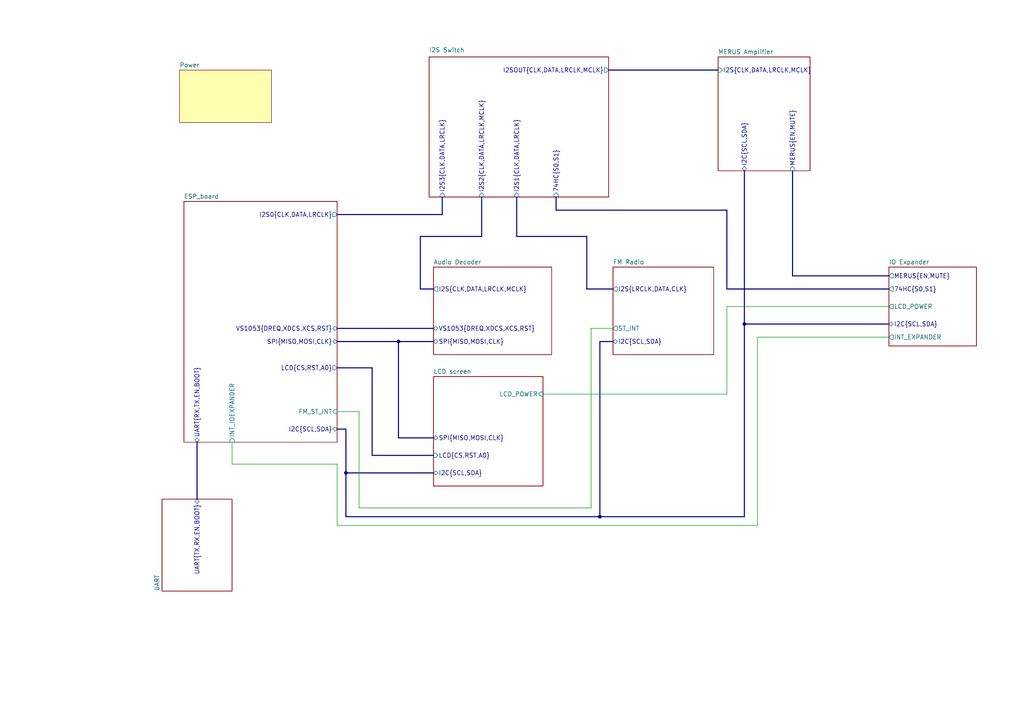
<source format=kicad_sch>
(kicad_sch (version 20230121) (generator eeschema)

  (uuid c9e2e0d2-0655-4f5e-8e13-71b41b1f7cfe)

  (paper "A4")

  (lib_symbols
  )

  (junction (at 215.9 93.98) (diameter 0) (color 0 0 0 0)
    (uuid 0bfef262-7d01-4e86-8f58-b339961729b2)
  )
  (junction (at 173.99 149.86) (diameter 0) (color 0 0 0 0)
    (uuid 65f504b9-130c-4faa-b12f-9e791186ed7c)
  )
  (junction (at 100.33 137.16) (diameter 0) (color 0 0 0 0)
    (uuid 9fafad57-59a3-41e7-a10f-1cfdfdc008b1)
  )
  (junction (at 115.57 99.06) (diameter 0) (color 0 0 0 0)
    (uuid ed1da0cc-e4fa-4f56-a30e-e891820b447d)
  )

  (bus (pts (xy 128.27 62.23) (xy 128.27 57.15))
    (stroke (width 0) (type default))
    (uuid 0ab35a7c-3375-41a7-98d7-f16ecb686642)
  )

  (wire (pts (xy 210.82 88.9) (xy 210.82 114.3))
    (stroke (width 0) (type default))
    (uuid 1f7ede58-9515-47e1-928b-2d88bb6f54d5)
  )
  (wire (pts (xy 210.82 114.3) (xy 157.48 114.3))
    (stroke (width 0) (type default))
    (uuid 225ac564-747f-42f4-b089-ff1a3b94b6f5)
  )
  (bus (pts (xy 125.73 83.82) (xy 121.92 83.82))
    (stroke (width 0) (type default))
    (uuid 2702f584-8a24-4e9d-b67b-e7c4ce3a9d8c)
  )
  (bus (pts (xy 97.79 62.23) (xy 128.27 62.23))
    (stroke (width 0) (type default))
    (uuid 2f832947-602e-4880-b14b-93d99d125647)
  )
  (bus (pts (xy 176.53 20.32) (xy 208.28 20.32))
    (stroke (width 0) (type default))
    (uuid 3265dd12-94d6-408c-a6b3-f02098a7339d)
  )
  (bus (pts (xy 161.29 60.96) (xy 161.29 57.15))
    (stroke (width 0) (type default))
    (uuid 34d7a906-ffb4-4c6e-89a9-0575c1d78a05)
  )
  (bus (pts (xy 215.9 93.98) (xy 215.9 49.53))
    (stroke (width 0) (type default))
    (uuid 351c3bd2-177d-461c-ab44-feb216e44587)
  )
  (bus (pts (xy 125.73 127) (xy 115.57 127))
    (stroke (width 0) (type default))
    (uuid 3d3e6cd7-58f7-403a-953b-c45fb4e77d36)
  )
  (bus (pts (xy 97.79 124.46) (xy 100.33 124.46))
    (stroke (width 0) (type default))
    (uuid 47ade819-fc89-4b20-b80f-f1cd3c0c0f38)
  )

  (wire (pts (xy 219.71 97.79) (xy 257.81 97.79))
    (stroke (width 0) (type default))
    (uuid 4e6596be-e99d-4da4-ae6f-b9b2d35557a6)
  )
  (wire (pts (xy 171.45 95.25) (xy 171.45 147.32))
    (stroke (width 0) (type default))
    (uuid 59cae5f7-c99d-4c25-a588-3204e765e08e)
  )
  (bus (pts (xy 97.79 99.06) (xy 115.57 99.06))
    (stroke (width 0) (type default))
    (uuid 5cfd9b78-e612-4fef-bda9-350cdfc093eb)
  )
  (bus (pts (xy 115.57 99.06) (xy 125.73 99.06))
    (stroke (width 0) (type default))
    (uuid 5f2110da-4fdb-4ec4-9d1b-20c90bc13b08)
  )
  (bus (pts (xy 97.79 95.25) (xy 125.73 95.25))
    (stroke (width 0) (type default))
    (uuid 60402955-b648-4924-ad02-5a5d00ea19e5)
  )

  (wire (pts (xy 67.31 128.27) (xy 67.31 134.62))
    (stroke (width 0) (type default))
    (uuid 630ebc79-ccde-48c7-88cf-39f7e9b0c048)
  )
  (bus (pts (xy 215.9 149.86) (xy 215.9 93.98))
    (stroke (width 0) (type default))
    (uuid 66f46d09-a0fd-4e94-8909-778eb33a22fe)
  )
  (bus (pts (xy 149.86 68.58) (xy 149.86 57.15))
    (stroke (width 0) (type default))
    (uuid 78c6c7c8-d5e0-4e89-a506-b1df32483357)
  )

  (wire (pts (xy 219.71 97.79) (xy 219.71 152.4))
    (stroke (width 0) (type default))
    (uuid 7ce9ddaa-80b4-4dd9-9d4c-7dd018046691)
  )
  (bus (pts (xy 107.95 132.08) (xy 107.95 106.68))
    (stroke (width 0) (type default))
    (uuid 866226c1-5a83-44ee-beed-0e66c97fbee0)
  )
  (bus (pts (xy 177.8 83.82) (xy 170.18 83.82))
    (stroke (width 0) (type default))
    (uuid 87654ece-8cda-40ba-9411-6f08eebcc6dd)
  )
  (bus (pts (xy 121.92 83.82) (xy 121.92 68.58))
    (stroke (width 0) (type default))
    (uuid 881a4fb9-6918-463a-aef3-811a302d2062)
  )
  (bus (pts (xy 57.15 128.27) (xy 57.15 144.78))
    (stroke (width 0) (type default))
    (uuid 8889ddf3-f249-4fb1-bb6b-ecd1a9d9162c)
  )
  (bus (pts (xy 139.7 68.58) (xy 139.7 57.15))
    (stroke (width 0) (type default))
    (uuid 8ba06550-88e5-4fe4-83c8-5d1e56c72050)
  )
  (bus (pts (xy 257.81 83.82) (xy 210.82 83.82))
    (stroke (width 0) (type default))
    (uuid 8ee85f14-8233-4412-b645-cfec7238be32)
  )

  (wire (pts (xy 104.14 147.32) (xy 104.14 119.38))
    (stroke (width 0) (type default))
    (uuid 90c3c708-275d-41d0-b00e-532b74f926b4)
  )
  (wire (pts (xy 171.45 147.32) (xy 104.14 147.32))
    (stroke (width 0) (type default))
    (uuid 922a7eab-ce24-4233-80ad-1f07a43a33cb)
  )
  (bus (pts (xy 115.57 127) (xy 115.57 99.06))
    (stroke (width 0) (type default))
    (uuid 925961a2-0df1-4807-bcdf-d058ec8ae61b)
  )
  (bus (pts (xy 125.73 132.08) (xy 107.95 132.08))
    (stroke (width 0) (type default))
    (uuid 92ea2ee0-89d3-415c-8e8a-a96d16d5ae41)
  )
  (bus (pts (xy 100.33 124.46) (xy 100.33 137.16))
    (stroke (width 0) (type default))
    (uuid 97f8756d-fa26-4e03-8108-2590751a716f)
  )
  (bus (pts (xy 173.99 149.86) (xy 215.9 149.86))
    (stroke (width 0) (type default))
    (uuid 98a1c960-a351-45da-aea9-8a58e0a89680)
  )

  (wire (pts (xy 257.81 88.9) (xy 210.82 88.9))
    (stroke (width 0) (type default))
    (uuid 996abfd4-8d30-4369-aeb1-fffb775e711d)
  )
  (bus (pts (xy 210.82 83.82) (xy 210.82 60.96))
    (stroke (width 0) (type default))
    (uuid 9ebf2207-a52c-402d-9066-6984d2931024)
  )
  (bus (pts (xy 100.33 137.16) (xy 125.73 137.16))
    (stroke (width 0) (type default))
    (uuid b5d2b8ba-10b4-4184-89c8-0b0850e6039d)
  )

  (wire (pts (xy 97.79 134.62) (xy 97.79 152.4))
    (stroke (width 0) (type default))
    (uuid c34aa027-d5b1-430e-90ea-739902af5e5c)
  )
  (wire (pts (xy 97.79 152.4) (xy 219.71 152.4))
    (stroke (width 0) (type default))
    (uuid c532e50f-ba5f-4da9-85f0-e40e1eeb331f)
  )
  (bus (pts (xy 173.99 99.06) (xy 177.8 99.06))
    (stroke (width 0) (type default))
    (uuid c7509bcd-bddc-4d54-85d3-7ad410d920b1)
  )
  (bus (pts (xy 170.18 68.58) (xy 149.86 68.58))
    (stroke (width 0) (type default))
    (uuid d938bbef-ae6a-40bb-8768-eec71a16ac3d)
  )

  (wire (pts (xy 104.14 119.38) (xy 97.79 119.38))
    (stroke (width 0) (type default))
    (uuid d988ffca-5c63-4203-ba59-3df3b5d54975)
  )
  (bus (pts (xy 100.33 137.16) (xy 100.33 149.86))
    (stroke (width 0) (type default))
    (uuid dc95b265-cb75-40b9-b8ca-beaf91a8fcb7)
  )
  (bus (pts (xy 121.92 68.58) (xy 139.7 68.58))
    (stroke (width 0) (type default))
    (uuid e70f143e-1cf4-4117-85a3-6384c3d0f5f8)
  )
  (bus (pts (xy 100.33 149.86) (xy 173.99 149.86))
    (stroke (width 0) (type default))
    (uuid e915c9ee-e8bf-4ba4-a3e3-cb7bcc44bd49)
  )
  (bus (pts (xy 257.81 80.01) (xy 229.87 80.01))
    (stroke (width 0) (type default))
    (uuid ede5ae5a-1d35-481b-aad8-0ea83f0c4935)
  )

  (wire (pts (xy 177.8 95.25) (xy 171.45 95.25))
    (stroke (width 0) (type default))
    (uuid f2f8ca48-a0bd-44c6-bb58-e7e43ad45027)
  )
  (bus (pts (xy 173.99 99.06) (xy 173.99 149.86))
    (stroke (width 0) (type default))
    (uuid f48de7a8-f47f-4f31-be08-18b774b025e9)
  )
  (bus (pts (xy 229.87 80.01) (xy 229.87 49.53))
    (stroke (width 0) (type default))
    (uuid f49430da-7890-4933-b508-8eaa1be68805)
  )
  (bus (pts (xy 107.95 106.68) (xy 97.79 106.68))
    (stroke (width 0) (type default))
    (uuid f6f55e01-f037-4429-82ff-1808ff621f51)
  )
  (bus (pts (xy 170.18 83.82) (xy 170.18 68.58))
    (stroke (width 0) (type default))
    (uuid f738a301-30d8-45e2-93fb-e541f6b1b1d6)
  )
  (bus (pts (xy 210.82 60.96) (xy 161.29 60.96))
    (stroke (width 0) (type default))
    (uuid f91b5e94-519d-4db5-b912-8b9fce6f2a5c)
  )
  (bus (pts (xy 215.9 93.98) (xy 257.81 93.98))
    (stroke (width 0) (type default))
    (uuid fce3c515-6106-4604-acc3-a42afae7a50f)
  )

  (wire (pts (xy 67.31 134.62) (xy 97.79 134.62))
    (stroke (width 0) (type default))
    (uuid ffea0948-b716-429b-944c-418a2af8b43c)
  )

  (sheet (at 125.73 77.47) (size 34.29 25.4) (fields_autoplaced)
    (stroke (width 0.1524) (type solid))
    (fill (color 0 0 0 0.0000))
    (uuid 075c031f-b0b0-4bab-abfa-9d47d762eb65)
    (property "Sheetname" "Audio Decoder" (at 125.73 76.7584 0)
      (effects (font (size 1.27 1.27)) (justify left bottom))
    )
    (property "Sheetfile" "audio_decoder.kicad_sch" (at 125.73 103.4546 0)
      (effects (font (size 1.27 1.27)) (justify left top) hide)
    )
    (pin "SPI{MISO,MOSI,CLK}" bidirectional (at 125.73 99.06 180)
      (effects (font (size 1.27 1.27)) (justify left))
      (uuid af179862-b85c-4bbd-b45f-e8539dcf05a1)
    )
    (pin "VS1053{DREQ,XDCS,XCS,RST}" bidirectional (at 125.73 95.25 180)
      (effects (font (size 1.27 1.27)) (justify left))
      (uuid 6fba3f2a-11d7-47ce-9a32-3900f2696f70)
    )
    (pin "I2S{CLK,DATA,LRCLK,MCLK}" output (at 125.73 83.82 180)
      (effects (font (size 1.27 1.27)) (justify left))
      (uuid a61bd2d9-261c-4736-8b23-7d33012fb5fa)
    )
    (instances
      (project "esp_radio"
        (path "/c9e2e0d2-0655-4f5e-8e13-71b41b1f7cfe" (page "4"))
      )
    )
  )

  (sheet (at 208.28 16.51) (size 26.67 33.02) (fields_autoplaced)
    (stroke (width 0.1524) (type solid))
    (fill (color 0 0 0 0.0000))
    (uuid 0a87a903-62c1-40b5-b380-98c846d36513)
    (property "Sheetname" "MERUS Amplifier" (at 208.28 15.7984 0)
      (effects (font (size 1.27 1.27)) (justify left bottom))
    )
    (property "Sheetfile" "merus_amplifier.kicad_sch" (at 208.28 50.1146 0)
      (effects (font (size 1.27 1.27)) (justify left top) hide)
    )
    (pin "I2S{CLK,DATA,LRCLK,MCLK}" input (at 208.28 20.32 180)
      (effects (font (size 1.27 1.27)) (justify left))
      (uuid 729719ba-1f06-4b12-914e-3bf8276bd7e8)
    )
    (pin "MERUS{EN,MUTE}" input (at 229.87 49.53 270)
      (effects (font (size 1.27 1.27)) (justify left))
      (uuid b434716b-fcb6-426f-85c4-187abb0e15c1)
    )
    (pin "I2C{SCL,SDA}" bidirectional (at 215.9 49.53 270)
      (effects (font (size 1.27 1.27)) (justify left))
      (uuid ab5de2ed-fbf9-4af2-b2da-b50bf4ca04e9)
    )
    (instances
      (project "esp_radio"
        (path "/c9e2e0d2-0655-4f5e-8e13-71b41b1f7cfe" (page "9"))
      )
    )
  )

  (sheet (at 124.46 16.51) (size 52.07 40.64)
    (stroke (width 0.1524) (type solid))
    (fill (color 0 0 0 0.0000))
    (uuid 1eda39b5-ab41-45b2-909c-0f333608d3ad)
    (property "Sheetname" "I2S Switch" (at 124.46 15.24 0)
      (effects (font (size 1.27 1.27)) (justify left bottom))
    )
    (property "Sheetfile" "i2s_switch.kicad_sch" (at 124.46 57.7346 0)
      (effects (font (size 1.27 1.27)) (justify left top) hide)
    )
    (pin "I2SOUT{CLK,DATA,LRCLK,MCLK}" output (at 176.53 20.32 0)
      (effects (font (size 1.27 1.27)) (justify right))
      (uuid 0a966c8b-160a-499b-bf9d-eebe3d9ab14c)
    )
    (pin "74HC{S0,S1}" input (at 161.29 57.15 270)
      (effects (font (size 1.27 1.27)) (justify left))
      (uuid 71f0d152-509d-4f17-8e27-da2b4fd3e8cc)
    )
    (pin "I2S2{CLK,DATA,LRCLK,MCLK}" input (at 139.7 57.15 270)
      (effects (font (size 1.27 1.27)) (justify left))
      (uuid 98d7a764-b6ac-468a-9981-683ba410b19b)
    )
    (pin "I2S1{CLK,DATA,LRCLK}" input (at 149.86 57.15 270)
      (effects (font (size 1.27 1.27)) (justify left))
      (uuid 313c7fd9-d8ea-47a7-a4fc-17c5f1d99a98)
    )
    (pin "I2S3{CLK,DATA,LRCLK}" input (at 128.27 57.15 270)
      (effects (font (size 1.27 1.27)) (justify left))
      (uuid 4b4169bf-ecbb-4a32-b77d-c63feac94f72)
    )
    (instances
      (project "esp_radio"
        (path "/c9e2e0d2-0655-4f5e-8e13-71b41b1f7cfe" (page "8"))
      )
    )
  )

  (sheet (at 177.8 77.47) (size 29.21 25.4) (fields_autoplaced)
    (stroke (width 0.1524) (type solid))
    (fill (color 0 0 0 0.0000))
    (uuid 6211a78e-7999-4e5f-acad-2efdf79e1a8e)
    (property "Sheetname" "FM Radio" (at 177.8 76.7584 0)
      (effects (font (size 1.27 1.27)) (justify left bottom))
    )
    (property "Sheetfile" "fm_radio.kicad_sch" (at 177.8 103.4546 0)
      (effects (font (size 1.27 1.27)) (justify left top) hide)
    )
    (pin "ST_INT" output (at 177.8 95.25 180)
      (effects (font (size 1.27 1.27)) (justify left))
      (uuid b485c927-5e68-404a-80fd-174871690bb0)
    )
    (pin "I2S{LRCLK,DATA,CLK}" output (at 177.8 83.82 180)
      (effects (font (size 1.27 1.27)) (justify left))
      (uuid 3619961d-adc2-42e9-b942-1d343f001ac0)
    )
    (pin "I2C{SCL,SDA}" bidirectional (at 177.8 99.06 180)
      (effects (font (size 1.27 1.27)) (justify left))
      (uuid 5f1e3296-1551-4670-a116-d3246e4c9be9)
    )
    (instances
      (project "esp_radio"
        (path "/c9e2e0d2-0655-4f5e-8e13-71b41b1f7cfe" (page "5"))
      )
    )
  )

  (sheet (at 257.81 77.47) (size 25.4 22.86) (fields_autoplaced)
    (stroke (width 0.1524) (type solid))
    (fill (color 0 0 0 0.0000))
    (uuid 6c8b235f-e3ea-4277-bdf9-de9910b169f3)
    (property "Sheetname" "IO Expander" (at 257.81 76.7584 0)
      (effects (font (size 1.27 1.27)) (justify left bottom))
    )
    (property "Sheetfile" "io_expander.kicad_sch" (at 257.81 100.9146 0)
      (effects (font (size 1.27 1.27)) (justify left top) hide)
    )
    (pin "I2C{SCL,SDA}" bidirectional (at 257.81 93.98 180)
      (effects (font (size 1.27 1.27)) (justify left))
      (uuid 0f4db65a-5416-4493-9622-e7566b611970)
    )
    (pin "INT_EXPANDER" output (at 257.81 97.79 180)
      (effects (font (size 1.27 1.27)) (justify left))
      (uuid 41c5cc29-2af7-4750-9071-acdb440ef95e)
    )
    (pin "74HC{S0,S1}" output (at 257.81 83.82 180)
      (effects (font (size 1.27 1.27)) (justify left))
      (uuid 60962546-f42d-454c-bbc3-68fcc5780bdc)
    )
    (pin "MERUS{EN,MUTE}" output (at 257.81 80.01 180)
      (effects (font (size 1.27 1.27)) (justify left))
      (uuid dc8ce55f-648e-4b3c-8b24-bfe5f9041653)
    )
    (pin "LCD_POWER" output (at 257.81 88.9 180)
      (effects (font (size 1.27 1.27)) (justify left))
      (uuid c2bdd938-089e-4f66-867d-2ce06d6dcef7)
    )
    (instances
      (project "esp_radio"
        (path "/c9e2e0d2-0655-4f5e-8e13-71b41b1f7cfe" (page "7"))
      )
    )
  )

  (sheet (at 46.99 144.78) (size 20.32 26.67) (fields_autoplaced)
    (stroke (width 0.1524) (type solid))
    (fill (color 0 0 0 0.0000))
    (uuid 9103cc11-86bf-4fa8-956b-660d9ba42360)
    (property "Sheetname" "UART" (at 46.2784 171.45 90)
      (effects (font (size 1.27 1.27)) (justify left bottom))
    )
    (property "Sheetfile" "uart.kicad_sch" (at 67.8946 171.45 90)
      (effects (font (size 1.27 1.27)) (justify left top) hide)
    )
    (pin "UART{TX,RX,EN,BOOT}" bidirectional (at 57.15 144.78 90)
      (effects (font (size 1.27 1.27)) (justify right))
      (uuid 3eb4e938-5f75-451a-a1c8-8d20286000e3)
    )
    (instances
      (project "esp_radio"
        (path "/c9e2e0d2-0655-4f5e-8e13-71b41b1f7cfe" (page "6"))
      )
    )
  )

  (sheet (at 53.34 58.42) (size 44.45 69.85) (fields_autoplaced)
    (stroke (width 0.1524) (type solid))
    (fill (color 0 0 0 0.0000))
    (uuid 925b05c5-5253-4c9a-b090-487f8e9d1815)
    (property "Sheetname" "ESP_board" (at 53.34 57.7084 0)
      (effects (font (size 1.27 1.27)) (justify left bottom))
    )
    (property "Sheetfile" "esp_board.kicad_sch" (at 53.34 128.8546 0)
      (effects (font (size 1.27 1.27)) (justify left top) hide)
    )
    (pin "INT_IOEXPANDER" input (at 67.31 128.27 270)
      (effects (font (size 1.27 1.27)) (justify left))
      (uuid 6cd71055-fd8e-448c-b391-d76a3c267a28)
    )
    (pin "SPI{MISO,MOSI,CLK}" bidirectional (at 97.79 99.06 0)
      (effects (font (size 1.27 1.27)) (justify right))
      (uuid ce7db230-3102-4f7d-a3c8-18cea56f9a1f)
    )
    (pin "VS1053{DREQ,XDCS,XCS,RST}" bidirectional (at 97.79 95.25 0)
      (effects (font (size 1.27 1.27)) (justify right))
      (uuid 836e6e79-2115-47c7-9d90-eb1e32e16522)
    )
    (pin "I2C{SCL,SDA}" bidirectional (at 97.79 124.46 0)
      (effects (font (size 1.27 1.27)) (justify right))
      (uuid 14e71771-f293-47be-8b8b-f9ca2ad97e8f)
    )
    (pin "LCD{CS,RST,A0}" output (at 97.79 106.68 0)
      (effects (font (size 1.27 1.27)) (justify right))
      (uuid bab1e011-dd59-4b5f-a02d-cdd0eada1f10)
    )
    (pin "I2S0{CLK,DATA,LRCLK}" output (at 97.79 62.23 0)
      (effects (font (size 1.27 1.27)) (justify right))
      (uuid 9f7fee84-5def-4115-99d1-7b3f34ce2b97)
    )
    (pin "FM_ST_INT" input (at 97.79 119.38 0)
      (effects (font (size 1.27 1.27)) (justify right))
      (uuid ed85e0c2-6839-41e7-9b0f-78e68059131d)
    )
    (pin "UART{RX,TX,EN,BOOT}" bidirectional (at 57.15 128.27 270)
      (effects (font (size 1.27 1.27)) (justify left))
      (uuid fce3f9db-c741-4474-bc7c-cb745a0a2bb9)
    )
    (instances
      (project "esp_radio"
        (path "/c9e2e0d2-0655-4f5e-8e13-71b41b1f7cfe" (page "3"))
      )
    )
  )

  (sheet (at 52.07 20.32) (size 26.67 15.24) (fields_autoplaced)
    (stroke (width 0.1524) (type solid))
    (fill (color 255 255 176 1.0000))
    (uuid 9686c251-96de-4991-9702-894d5bd1468a)
    (property "Sheetname" "Power" (at 52.07 19.6084 0)
      (effects (font (size 1.27 1.27)) (justify left bottom))
    )
    (property "Sheetfile" "power.kicad_sch" (at 52.07 36.1446 0)
      (effects (font (size 1.27 1.27)) (justify left top) hide)
    )
    (instances
      (project "esp_radio"
        (path "/c9e2e0d2-0655-4f5e-8e13-71b41b1f7cfe" (page "2"))
      )
    )
  )

  (sheet (at 125.73 109.22) (size 31.75 31.75) (fields_autoplaced)
    (stroke (width 0.1524) (type solid))
    (fill (color 0 0 0 0.0000))
    (uuid 9a87a4f6-9f89-4802-b675-78042b654f8a)
    (property "Sheetname" "LCD screen" (at 125.73 108.5084 0)
      (effects (font (size 1.27 1.27)) (justify left bottom))
    )
    (property "Sheetfile" "lcd_screen.kicad_sch" (at 125.73 141.5546 0)
      (effects (font (size 1.27 1.27)) (justify left top) hide)
    )
    (pin "I2C{SCL,SDA}" bidirectional (at 125.73 137.16 180)
      (effects (font (size 1.27 1.27)) (justify left))
      (uuid 2acc1ba3-73f3-4bc8-866e-28daf9a6782d)
    )
    (pin "SPI{MISO,MOSI,CLK}" bidirectional (at 125.73 127 180)
      (effects (font (size 1.27 1.27)) (justify left))
      (uuid 54861145-90b6-467f-940b-54c5d8c85cca)
    )
    (pin "LCD{CS,RST,A0}" input (at 125.73 132.08 180)
      (effects (font (size 1.27 1.27)) (justify left))
      (uuid 7af436d9-a9d8-4ab8-a6d2-1df6c5f8e468)
    )
    (pin "LCD_POWER" input (at 157.48 114.3 0)
      (effects (font (size 1.27 1.27)) (justify right))
      (uuid c4c34c2d-8759-463b-b1ba-a28141be0758)
    )
    (instances
      (project "esp_radio"
        (path "/c9e2e0d2-0655-4f5e-8e13-71b41b1f7cfe" (page "10"))
      )
    )
  )

  (sheet_instances
    (path "/" (page "1"))
  )
)

</source>
